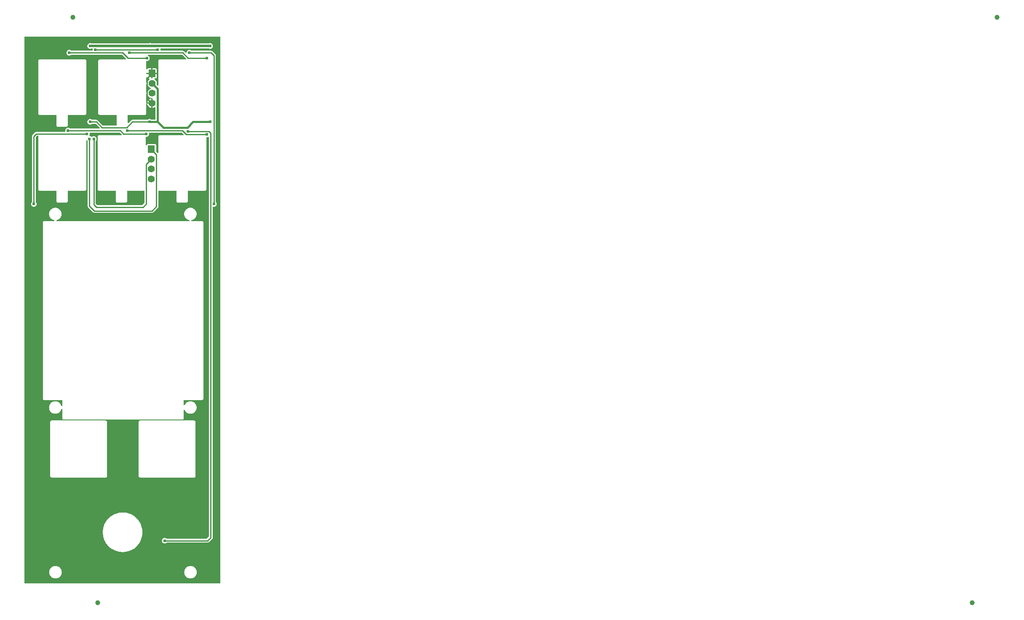
<source format=gbl>
G04 Layer: BottomLayer*
G04 EasyEDA v6.5.29, 2023-07-19 20:11:26*
G04 d82c07e130dc4937808a739b57af0cf3,5a6b42c53f6a479593ecc07194224c93,10*
G04 Gerber Generator version 0.2*
G04 Scale: 100 percent, Rotated: No, Reflected: No *
G04 Dimensions in millimeters *
G04 leading zeros omitted , absolute positions ,4 integer and 5 decimal *
%FSLAX45Y45*%
%MOMM*%

%AMMACRO1*21,1,$1,$2,0,0,$3*%
%ADD10C,0.2540*%
%ADD11C,0.5000*%
%ADD12C,0.4000*%
%ADD13C,1.0000*%
%ADD14C,1.4000*%
%ADD15MACRO1,1.524X1.4X-90.0000*%
%ADD16C,0.6096*%
%ADD17C,0.0116*%

%LPD*%
G36*
X74168Y914908D02*
G01*
X70256Y915669D01*
X67005Y917905D01*
X64769Y921156D01*
X64008Y925068D01*
X64008Y11901932D01*
X64769Y11905843D01*
X67005Y11909094D01*
X70256Y11911330D01*
X74168Y11912092D01*
X3989832Y11912092D01*
X3993743Y11911330D01*
X3996994Y11909094D01*
X3999229Y11905843D01*
X3999992Y11901932D01*
X3999992Y925068D01*
X3999229Y921156D01*
X3996994Y917905D01*
X3993743Y915669D01*
X3989832Y914908D01*
G37*

%LPC*%
G36*
X610158Y3047492D02*
G01*
X1701241Y3047492D01*
X1707540Y3048203D01*
X1713026Y3050133D01*
X1717903Y3053181D01*
X1722018Y3057296D01*
X1725066Y3062173D01*
X1726996Y3067659D01*
X1727707Y3073958D01*
X1727707Y4165041D01*
X1726996Y4171340D01*
X1725066Y4176826D01*
X1722018Y4181703D01*
X1717903Y4185818D01*
X1713026Y4188866D01*
X1707540Y4190796D01*
X1701241Y4191508D01*
X610158Y4191508D01*
X603859Y4190796D01*
X598373Y4188866D01*
X593496Y4185818D01*
X589381Y4181703D01*
X586333Y4176826D01*
X584403Y4171340D01*
X583692Y4165041D01*
X583692Y3073958D01*
X584403Y3067659D01*
X586333Y3062173D01*
X589381Y3057296D01*
X593496Y3053181D01*
X598373Y3050133D01*
X603859Y3048203D01*
G37*
G36*
X2025294Y1548536D02*
G01*
X2053082Y1548536D01*
X2080869Y1550466D01*
X2108403Y1554327D01*
X2135632Y1560118D01*
X2162352Y1567789D01*
X2188514Y1577289D01*
X2213914Y1588617D01*
X2238502Y1601673D01*
X2262073Y1616405D01*
X2284577Y1632762D01*
X2305913Y1650644D01*
X2325928Y1669999D01*
X2344521Y1690674D01*
X2361692Y1712569D01*
X2377236Y1735632D01*
X2391156Y1759762D01*
X2403348Y1784756D01*
X2413762Y1810562D01*
X2422347Y1837029D01*
X2429103Y1864004D01*
X2433929Y1891385D01*
X2436825Y1919071D01*
X2437790Y1946859D01*
X2436825Y1974697D01*
X2433929Y2002383D01*
X2429103Y2029764D01*
X2422347Y2056739D01*
X2413762Y2083206D01*
X2403348Y2109012D01*
X2391156Y2134006D01*
X2377236Y2158085D01*
X2361692Y2181199D01*
X2344521Y2203094D01*
X2325928Y2223770D01*
X2305913Y2243124D01*
X2284577Y2261006D01*
X2262073Y2277364D01*
X2238502Y2292096D01*
X2213914Y2305151D01*
X2188514Y2316480D01*
X2162352Y2325979D01*
X2135632Y2333650D01*
X2108403Y2339441D01*
X2080869Y2343302D01*
X2053082Y2345232D01*
X2025294Y2345232D01*
X1997506Y2343302D01*
X1969973Y2339441D01*
X1942744Y2333650D01*
X1916023Y2325979D01*
X1889861Y2316480D01*
X1864461Y2305151D01*
X1839874Y2292096D01*
X1816303Y2277364D01*
X1793798Y2261006D01*
X1772462Y2243124D01*
X1752447Y2223770D01*
X1733854Y2203094D01*
X1716735Y2181199D01*
X1701139Y2158085D01*
X1687271Y2134006D01*
X1675028Y2109012D01*
X1664614Y2083206D01*
X1656029Y2056739D01*
X1649323Y2029764D01*
X1644446Y2002383D01*
X1641551Y1974697D01*
X1640586Y1946859D01*
X1641551Y1919071D01*
X1644446Y1891385D01*
X1649323Y1864004D01*
X1656029Y1837029D01*
X1664614Y1810562D01*
X1675028Y1784756D01*
X1687271Y1759762D01*
X1701139Y1735632D01*
X1716735Y1712569D01*
X1733854Y1690674D01*
X1752447Y1669999D01*
X1772462Y1650644D01*
X1793798Y1632762D01*
X1816303Y1616405D01*
X1839874Y1601673D01*
X1864461Y1588617D01*
X1889861Y1577289D01*
X1916023Y1567789D01*
X1942744Y1560118D01*
X1969973Y1554327D01*
X1997506Y1550466D01*
G37*
G36*
X2885541Y1721662D02*
G01*
X2895295Y1722526D01*
X2904794Y1725066D01*
X2913684Y1729181D01*
X2921762Y1734820D01*
X2923336Y1736394D01*
X2926638Y1738630D01*
X2930499Y1739392D01*
X3745992Y1739392D01*
X3754018Y1740204D01*
X3761232Y1742389D01*
X3767937Y1745945D01*
X3774135Y1751075D01*
X3836924Y1813864D01*
X3842054Y1820062D01*
X3845610Y1826768D01*
X3847795Y1833981D01*
X3848608Y1842007D01*
X3848608Y8482431D01*
X3849268Y8486038D01*
X3851198Y8489188D01*
X3854145Y8491474D01*
X3857701Y8492540D01*
X3861409Y8492236D01*
X3863695Y8491626D01*
X3873500Y8490762D01*
X3883304Y8491626D01*
X3892753Y8494166D01*
X3901694Y8498281D01*
X3909720Y8503920D01*
X3916679Y8510879D01*
X3922318Y8518906D01*
X3926433Y8527846D01*
X3928973Y8537295D01*
X3929837Y8547100D01*
X3928973Y8556904D01*
X3926433Y8566353D01*
X3922318Y8575294D01*
X3916679Y8583320D01*
X3915105Y8584895D01*
X3912870Y8588197D01*
X3912108Y8592108D01*
X3912108Y11531092D01*
X3911295Y11539118D01*
X3909110Y11546332D01*
X3905554Y11553037D01*
X3900424Y11559235D01*
X3846169Y11613540D01*
X3839921Y11618671D01*
X3833266Y11622227D01*
X3826052Y11624411D01*
X3818026Y11625173D01*
X3423208Y11625173D01*
X3419297Y11625986D01*
X3415995Y11628170D01*
X3414420Y11629745D01*
X3406394Y11635384D01*
X3397453Y11639550D01*
X3388004Y11642090D01*
X3378200Y11642953D01*
X3368395Y11642090D01*
X3358946Y11639550D01*
X3350006Y11635384D01*
X3341979Y11629745D01*
X3335020Y11622836D01*
X3329381Y11614759D01*
X3325266Y11605869D01*
X3322726Y11596370D01*
X3322116Y11589664D01*
X3321100Y11586006D01*
X3318764Y11582958D01*
X3315462Y11581028D01*
X3311702Y11580418D01*
X3307994Y11581231D01*
X3304794Y11583365D01*
X3274669Y11613540D01*
X3268421Y11618671D01*
X3261766Y11622227D01*
X3254552Y11624411D01*
X3246526Y11625173D01*
X2808833Y11625173D01*
X2804718Y11626037D01*
X2801315Y11628475D01*
X2799181Y11632082D01*
X2798724Y11636248D01*
X2799537Y11645900D01*
X2798673Y11655704D01*
X2797962Y11658396D01*
X2797657Y11662105D01*
X2798724Y11665661D01*
X2800959Y11668607D01*
X2804160Y11670538D01*
X2807766Y11671198D01*
X3771392Y11671198D01*
X3775710Y11670233D01*
X3778046Y11669166D01*
X3787495Y11666626D01*
X3797300Y11665762D01*
X3807104Y11666626D01*
X3816553Y11669166D01*
X3825494Y11673281D01*
X3833520Y11678920D01*
X3840479Y11685879D01*
X3846118Y11693906D01*
X3850233Y11702846D01*
X3852773Y11712295D01*
X3853637Y11722100D01*
X3852773Y11731904D01*
X3850233Y11741353D01*
X3846118Y11750294D01*
X3840479Y11758320D01*
X3833520Y11765280D01*
X3825494Y11770918D01*
X3816553Y11775033D01*
X3807104Y11777573D01*
X3797300Y11778437D01*
X3787495Y11777573D01*
X3778046Y11775033D01*
X3775710Y11773966D01*
X3771392Y11773001D01*
X2616708Y11773001D01*
X2612390Y11773966D01*
X2610053Y11775033D01*
X2600604Y11777573D01*
X2590800Y11778437D01*
X2580995Y11777573D01*
X2571546Y11775033D01*
X2569210Y11773966D01*
X2564892Y11773001D01*
X1410208Y11773001D01*
X1405890Y11773966D01*
X1403553Y11775033D01*
X1394104Y11777573D01*
X1384300Y11778437D01*
X1374495Y11777573D01*
X1365046Y11775033D01*
X1356106Y11770918D01*
X1348079Y11765280D01*
X1341120Y11758320D01*
X1335481Y11750294D01*
X1331366Y11741353D01*
X1328826Y11731904D01*
X1327962Y11722100D01*
X1328826Y11712295D01*
X1331366Y11702846D01*
X1335481Y11693906D01*
X1341120Y11685879D01*
X1348079Y11678920D01*
X1356106Y11673281D01*
X1365046Y11669166D01*
X1374495Y11666626D01*
X1384300Y11665762D01*
X1394104Y11666626D01*
X1403553Y11669166D01*
X1405890Y11670233D01*
X1410208Y11671198D01*
X1425549Y11671198D01*
X1429156Y11670538D01*
X1432356Y11668607D01*
X1434592Y11665661D01*
X1435658Y11662105D01*
X1435354Y11658396D01*
X1434642Y11655704D01*
X1433779Y11645900D01*
X1434592Y11636248D01*
X1434134Y11632082D01*
X1432001Y11628475D01*
X1428597Y11626037D01*
X1424482Y11625173D01*
X1010208Y11625173D01*
X1006297Y11625986D01*
X1002995Y11628170D01*
X1001420Y11629745D01*
X993394Y11635384D01*
X984453Y11639550D01*
X975004Y11642090D01*
X965200Y11642953D01*
X955395Y11642090D01*
X945946Y11639550D01*
X937006Y11635384D01*
X928979Y11629745D01*
X922019Y11622836D01*
X916381Y11614759D01*
X912266Y11605869D01*
X909726Y11596370D01*
X908862Y11586565D01*
X909726Y11576812D01*
X912266Y11567312D01*
X916381Y11558422D01*
X922019Y11550345D01*
X928979Y11543436D01*
X937006Y11537797D01*
X945946Y11533632D01*
X955395Y11531092D01*
X965200Y11530228D01*
X975004Y11531092D01*
X984453Y11533632D01*
X993394Y11537797D01*
X1001420Y11543436D01*
X1002995Y11545011D01*
X1006297Y11547195D01*
X1010208Y11547957D01*
X2020316Y11547957D01*
X2024176Y11547195D01*
X2027478Y11545011D01*
X2105609Y11466880D01*
X2107793Y11463629D01*
X2108555Y11459718D01*
X2107793Y11455806D01*
X2105609Y11452555D01*
X2102307Y11450320D01*
X2098395Y11449558D01*
X1575358Y11449558D01*
X1569059Y11448846D01*
X1563573Y11446916D01*
X1558696Y11443868D01*
X1554581Y11439753D01*
X1551533Y11434876D01*
X1549603Y11429390D01*
X1548892Y11423091D01*
X1548892Y10363758D01*
X1549603Y10357459D01*
X1551533Y10351973D01*
X1554581Y10347096D01*
X1558696Y10342981D01*
X1563573Y10339933D01*
X1569059Y10338003D01*
X1575358Y10337292D01*
X1907032Y10337292D01*
X1910943Y10336530D01*
X1914194Y10334294D01*
X1916430Y10331043D01*
X1917192Y10327132D01*
X1917192Y10132568D01*
X1916430Y10128656D01*
X1914194Y10125405D01*
X1910943Y10123170D01*
X1907032Y10122408D01*
X1645818Y10122408D01*
X1641906Y10123170D01*
X1638604Y10125405D01*
X1538935Y10225024D01*
X1532737Y10230154D01*
X1526032Y10233710D01*
X1518818Y10235895D01*
X1510792Y10236708D01*
X1429308Y10236708D01*
X1425397Y10237470D01*
X1422095Y10239705D01*
X1420520Y10241280D01*
X1412494Y10246918D01*
X1403553Y10251033D01*
X1394104Y10253573D01*
X1384300Y10254437D01*
X1374495Y10253573D01*
X1365046Y10251033D01*
X1356106Y10246918D01*
X1348079Y10241280D01*
X1341120Y10234320D01*
X1335481Y10226294D01*
X1331366Y10217353D01*
X1328826Y10207904D01*
X1327962Y10198100D01*
X1328826Y10188295D01*
X1331366Y10178846D01*
X1335481Y10169906D01*
X1341120Y10161879D01*
X1348079Y10154920D01*
X1356106Y10149281D01*
X1365046Y10145166D01*
X1374495Y10142626D01*
X1384300Y10141762D01*
X1394104Y10142626D01*
X1403553Y10145166D01*
X1412494Y10149281D01*
X1420520Y10154920D01*
X1422095Y10156494D01*
X1425397Y10158730D01*
X1429308Y10159492D01*
X1491081Y10159492D01*
X1494993Y10158730D01*
X1498295Y10156494D01*
X1578559Y10076230D01*
X1580743Y10072979D01*
X1581505Y10069068D01*
X1580743Y10065156D01*
X1578559Y10061905D01*
X1575257Y10059670D01*
X1571345Y10058908D01*
X984808Y10058908D01*
X980897Y10059670D01*
X977595Y10061905D01*
X976020Y10063480D01*
X967994Y10069118D01*
X959053Y10073233D01*
X949604Y10075773D01*
X939800Y10076637D01*
X929995Y10075773D01*
X920546Y10073233D01*
X911606Y10069118D01*
X903579Y10063480D01*
X896619Y10056520D01*
X890981Y10048494D01*
X886866Y10039553D01*
X884326Y10030104D01*
X883462Y10020300D01*
X884326Y10010495D01*
X884936Y10008209D01*
X885240Y10004501D01*
X884174Y10000945D01*
X881887Y9997998D01*
X878738Y9996068D01*
X875131Y9995408D01*
X305308Y9995408D01*
X297281Y9994595D01*
X290068Y9992410D01*
X283362Y9988854D01*
X277164Y9983724D01*
X227075Y9933635D01*
X221945Y9927437D01*
X218389Y9920732D01*
X216204Y9913518D01*
X215392Y9905492D01*
X215392Y8592108D01*
X214629Y8588197D01*
X212394Y8584895D01*
X210820Y8583320D01*
X205181Y8575294D01*
X201066Y8566353D01*
X198526Y8556904D01*
X197662Y8547100D01*
X198526Y8537295D01*
X201066Y8527846D01*
X205181Y8518906D01*
X210820Y8510879D01*
X217779Y8503920D01*
X225806Y8498281D01*
X234746Y8494166D01*
X244195Y8491626D01*
X254000Y8490762D01*
X263804Y8491626D01*
X273253Y8494166D01*
X282194Y8498281D01*
X290220Y8503920D01*
X297180Y8510879D01*
X302818Y8518906D01*
X306933Y8527846D01*
X309473Y8537295D01*
X310337Y8547100D01*
X309473Y8556904D01*
X306933Y8566353D01*
X302818Y8575294D01*
X297180Y8583320D01*
X295605Y8584895D01*
X293370Y8588197D01*
X292608Y8592108D01*
X292608Y9885781D01*
X293370Y9889693D01*
X295605Y9892995D01*
X317804Y9915194D01*
X321106Y9917430D01*
X325018Y9918192D01*
X333248Y9918192D01*
X337413Y9917277D01*
X340868Y9914788D01*
X342950Y9911029D01*
X343357Y9906812D01*
X342392Y9899040D01*
X342392Y8839758D01*
X343103Y8833459D01*
X345033Y8827973D01*
X348081Y8823096D01*
X352196Y8818981D01*
X357073Y8815933D01*
X362559Y8814003D01*
X368858Y8813292D01*
X700532Y8813292D01*
X704443Y8812530D01*
X707694Y8810294D01*
X709930Y8807043D01*
X710692Y8803132D01*
X710692Y8598458D01*
X711403Y8592159D01*
X713333Y8586673D01*
X716381Y8581796D01*
X720496Y8577681D01*
X725373Y8574633D01*
X730859Y8572703D01*
X737158Y8571992D01*
X907491Y8571992D01*
X913790Y8572703D01*
X919276Y8574633D01*
X924153Y8577681D01*
X928268Y8581796D01*
X931316Y8586673D01*
X933246Y8592159D01*
X933958Y8598458D01*
X933958Y8803132D01*
X934719Y8807043D01*
X936955Y8810294D01*
X940206Y8812530D01*
X944118Y8813292D01*
X1282141Y8813292D01*
X1288440Y8814003D01*
X1293926Y8815933D01*
X1298803Y8818981D01*
X1302918Y8823096D01*
X1305966Y8827973D01*
X1307896Y8833459D01*
X1308608Y8839758D01*
X1308608Y9815068D01*
X1309522Y9819233D01*
X1312011Y9822637D01*
X1315720Y9824770D01*
X1319936Y9825177D01*
X1324000Y9823805D01*
X1327099Y9820910D01*
X1329994Y9817404D01*
X1332230Y9814102D01*
X1332992Y9810191D01*
X1332992Y8509508D01*
X1333804Y8501481D01*
X1335989Y8494268D01*
X1339545Y8487562D01*
X1344676Y8481364D01*
X1445564Y8380475D01*
X1451762Y8375345D01*
X1458468Y8371789D01*
X1465681Y8369604D01*
X1473708Y8368792D01*
X2628392Y8368792D01*
X2636418Y8369604D01*
X2643632Y8371789D01*
X2650337Y8375345D01*
X2656535Y8380475D01*
X2744724Y8468664D01*
X2749854Y8474862D01*
X2753410Y8481568D01*
X2755595Y8488781D01*
X2756408Y8496808D01*
X2756408Y8806383D01*
X2757119Y8810142D01*
X2759202Y8813393D01*
X2762351Y8815628D01*
X2766110Y8816543D01*
X2769920Y8815984D01*
X2775559Y8814003D01*
X2781858Y8813292D01*
X3113532Y8813292D01*
X3117443Y8812530D01*
X3120694Y8810294D01*
X3122930Y8807043D01*
X3123692Y8803132D01*
X3123692Y8598458D01*
X3124403Y8592159D01*
X3126333Y8586673D01*
X3129381Y8581796D01*
X3133496Y8577681D01*
X3138373Y8574633D01*
X3143859Y8572703D01*
X3150158Y8571992D01*
X3320491Y8571992D01*
X3326790Y8572703D01*
X3332276Y8574633D01*
X3337153Y8577681D01*
X3341268Y8581796D01*
X3344316Y8586673D01*
X3346246Y8592159D01*
X3346958Y8598458D01*
X3346958Y8803132D01*
X3347720Y8807043D01*
X3349955Y8810294D01*
X3353206Y8812530D01*
X3357118Y8813292D01*
X3695141Y8813292D01*
X3701440Y8814003D01*
X3706926Y8815933D01*
X3711803Y8818981D01*
X3715918Y8823096D01*
X3718966Y8827973D01*
X3720896Y8833459D01*
X3721608Y8839758D01*
X3721608Y9877704D01*
X3722471Y9881819D01*
X3724910Y9885222D01*
X3728516Y9887356D01*
X3743604Y9888626D01*
X3753053Y9891166D01*
X3756914Y9892944D01*
X3760876Y9893909D01*
X3764889Y9893249D01*
X3768293Y9891064D01*
X3770579Y9887712D01*
X3771392Y9883749D01*
X3771392Y1861718D01*
X3770629Y1857806D01*
X3768394Y1854504D01*
X3733495Y1819605D01*
X3730193Y1817370D01*
X3726281Y1816607D01*
X2930499Y1816607D01*
X2926638Y1817370D01*
X2923336Y1819605D01*
X2921762Y1821180D01*
X2913684Y1826818D01*
X2904794Y1830933D01*
X2895295Y1833473D01*
X2885541Y1834337D01*
X2875737Y1833473D01*
X2866237Y1830933D01*
X2857347Y1826818D01*
X2849270Y1821180D01*
X2842361Y1814220D01*
X2836722Y1806193D01*
X2832557Y1797253D01*
X2830017Y1787804D01*
X2829153Y1778000D01*
X2830017Y1768195D01*
X2832557Y1758746D01*
X2836722Y1749806D01*
X2842361Y1741779D01*
X2849270Y1734820D01*
X2857347Y1729181D01*
X2866237Y1725066D01*
X2875737Y1722526D01*
G37*
G36*
X737158Y10095992D02*
G01*
X907491Y10095992D01*
X913790Y10096703D01*
X919276Y10098633D01*
X924153Y10101681D01*
X928268Y10105796D01*
X931316Y10110673D01*
X933246Y10116159D01*
X933958Y10122458D01*
X933958Y10327132D01*
X934719Y10331043D01*
X936955Y10334294D01*
X940206Y10336530D01*
X944118Y10337292D01*
X1282141Y10337292D01*
X1288440Y10338003D01*
X1293926Y10339933D01*
X1298803Y10342981D01*
X1302918Y10347096D01*
X1305966Y10351973D01*
X1307896Y10357459D01*
X1308608Y10363758D01*
X1308608Y11423091D01*
X1307896Y11429390D01*
X1305966Y11434876D01*
X1302918Y11439753D01*
X1298803Y11443868D01*
X1293926Y11446916D01*
X1288440Y11448846D01*
X1282141Y11449558D01*
X368858Y11449558D01*
X362559Y11448846D01*
X357073Y11446916D01*
X352196Y11443868D01*
X348081Y11439753D01*
X345033Y11434876D01*
X343103Y11429390D01*
X342392Y11423091D01*
X342392Y10363758D01*
X343103Y10357459D01*
X345033Y10351973D01*
X348081Y10347096D01*
X352196Y10342981D01*
X357073Y10339933D01*
X362559Y10338003D01*
X368858Y10337292D01*
X700532Y10337292D01*
X704443Y10336530D01*
X707694Y10334294D01*
X709930Y10331043D01*
X710692Y10327132D01*
X710692Y10122458D01*
X711403Y10116159D01*
X713333Y10110673D01*
X716381Y10105796D01*
X720496Y10101681D01*
X725373Y10098633D01*
X730859Y10096703D01*
G37*
G36*
X3403600Y1017117D02*
G01*
X3418789Y1018032D01*
X3433724Y1020775D01*
X3448253Y1025296D01*
X3462121Y1031544D01*
X3475126Y1039368D01*
X3487064Y1048766D01*
X3497834Y1059535D01*
X3507181Y1071473D01*
X3515055Y1084478D01*
X3521303Y1098346D01*
X3525824Y1112875D01*
X3528568Y1127810D01*
X3529482Y1143000D01*
X3528568Y1158189D01*
X3525824Y1173124D01*
X3521303Y1187653D01*
X3515055Y1201521D01*
X3507181Y1214526D01*
X3497834Y1226464D01*
X3487064Y1237234D01*
X3475126Y1246581D01*
X3462121Y1254455D01*
X3448253Y1260703D01*
X3433724Y1265224D01*
X3418789Y1267968D01*
X3403600Y1268882D01*
X3388410Y1267968D01*
X3373475Y1265224D01*
X3358946Y1260703D01*
X3345078Y1254455D01*
X3332073Y1246581D01*
X3320135Y1237234D01*
X3309365Y1226464D01*
X3300018Y1214526D01*
X3292144Y1201521D01*
X3285896Y1187653D01*
X3281375Y1173124D01*
X3278632Y1158189D01*
X3277717Y1143000D01*
X3278632Y1127810D01*
X3281375Y1112875D01*
X3285896Y1098346D01*
X3292144Y1084478D01*
X3300018Y1071473D01*
X3309365Y1059535D01*
X3320135Y1048766D01*
X3332073Y1039368D01*
X3345078Y1031544D01*
X3358946Y1025296D01*
X3373475Y1020775D01*
X3388410Y1018032D01*
G37*
G36*
X2388158Y3047492D02*
G01*
X3479241Y3047492D01*
X3485540Y3048203D01*
X3491026Y3050133D01*
X3495903Y3053181D01*
X3500018Y3057296D01*
X3503066Y3062173D01*
X3504996Y3067659D01*
X3505708Y3073958D01*
X3505708Y4165041D01*
X3504996Y4171340D01*
X3503066Y4176826D01*
X3500018Y4181703D01*
X3495903Y4185818D01*
X3491026Y4188866D01*
X3485540Y4190796D01*
X3479241Y4191508D01*
X2388158Y4191508D01*
X2381859Y4190796D01*
X2376373Y4188866D01*
X2371496Y4185818D01*
X2367381Y4181703D01*
X2364333Y4176826D01*
X2362403Y4171340D01*
X2361692Y4165041D01*
X2361692Y3073958D01*
X2362403Y3067659D01*
X2364333Y3062173D01*
X2367381Y3057296D01*
X2371496Y3053181D01*
X2376373Y3050133D01*
X2381859Y3048203D01*
G37*
G36*
X853592Y4212082D02*
G01*
X3240024Y4212082D01*
X3246374Y4212844D01*
X3251809Y4214723D01*
X3256737Y4217822D01*
X3260801Y4221886D01*
X3263900Y4226814D01*
X3265779Y4232249D01*
X3266541Y4238599D01*
X3266541Y4398772D01*
X3267252Y4402632D01*
X3269437Y4405884D01*
X3272688Y4408119D01*
X3276498Y4408932D01*
X3280359Y4408271D01*
X3283661Y4406138D01*
X3285947Y4402937D01*
X3289350Y4395419D01*
X3297224Y4382414D01*
X3306572Y4370425D01*
X3317341Y4359706D01*
X3329279Y4350308D01*
X3342284Y4342434D01*
X3356152Y4336186D01*
X3370681Y4331665D01*
X3385616Y4328922D01*
X3400806Y4328007D01*
X3415995Y4328922D01*
X3430930Y4331665D01*
X3445459Y4336186D01*
X3459327Y4342434D01*
X3472332Y4350308D01*
X3484270Y4359706D01*
X3495040Y4370425D01*
X3504387Y4382414D01*
X3512261Y4395419D01*
X3518509Y4409287D01*
X3523030Y4423765D01*
X3525774Y4438751D01*
X3526688Y4453890D01*
X3525774Y4469079D01*
X3523030Y4484065D01*
X3518509Y4498543D01*
X3512261Y4512411D01*
X3504387Y4525416D01*
X3495040Y4537405D01*
X3484270Y4548124D01*
X3472332Y4557522D01*
X3459327Y4565396D01*
X3445459Y4571644D01*
X3430930Y4576165D01*
X3415995Y4578908D01*
X3400806Y4579823D01*
X3385616Y4578908D01*
X3370681Y4576165D01*
X3356152Y4571644D01*
X3342284Y4565396D01*
X3329279Y4557522D01*
X3317341Y4548124D01*
X3306572Y4537405D01*
X3297224Y4525416D01*
X3289350Y4512411D01*
X3285947Y4504893D01*
X3283661Y4501692D01*
X3280359Y4499559D01*
X3276498Y4498898D01*
X3272688Y4499711D01*
X3269437Y4501946D01*
X3267252Y4505198D01*
X3266541Y4509058D01*
X3266541Y4595622D01*
X3267303Y4599533D01*
X3269488Y4602835D01*
X3272790Y4605020D01*
X3276701Y4605782D01*
X3633724Y4605782D01*
X3640074Y4606544D01*
X3645509Y4608423D01*
X3650437Y4611522D01*
X3654501Y4615586D01*
X3657600Y4620514D01*
X3659479Y4625949D01*
X3660241Y4632299D01*
X3660241Y8174431D01*
X3659479Y8180781D01*
X3657600Y8186216D01*
X3654501Y8191144D01*
X3650437Y8195208D01*
X3645509Y8198307D01*
X3640074Y8200186D01*
X3633724Y8200898D01*
X3429558Y8200898D01*
X3425342Y8201812D01*
X3421938Y8204352D01*
X3419856Y8208060D01*
X3419449Y8212328D01*
X3420821Y8216341D01*
X3423767Y8219440D01*
X3427679Y8221065D01*
X3430930Y8221675D01*
X3445459Y8226196D01*
X3459327Y8232444D01*
X3472332Y8240318D01*
X3484270Y8249666D01*
X3495040Y8260435D01*
X3504387Y8272373D01*
X3512261Y8285378D01*
X3518509Y8299246D01*
X3523030Y8313775D01*
X3525774Y8328710D01*
X3526688Y8343900D01*
X3525774Y8359089D01*
X3523030Y8374024D01*
X3518509Y8388553D01*
X3512261Y8402421D01*
X3504387Y8415426D01*
X3495040Y8427364D01*
X3484270Y8438134D01*
X3472332Y8447481D01*
X3459327Y8455355D01*
X3445459Y8461603D01*
X3430930Y8466124D01*
X3415995Y8468868D01*
X3400806Y8469782D01*
X3385616Y8468868D01*
X3370681Y8466124D01*
X3356152Y8461603D01*
X3342284Y8455355D01*
X3329279Y8447481D01*
X3317341Y8438134D01*
X3306572Y8427364D01*
X3297224Y8415426D01*
X3289350Y8402421D01*
X3283102Y8388553D01*
X3278581Y8374024D01*
X3275838Y8359089D01*
X3274923Y8343900D01*
X3275838Y8328710D01*
X3278581Y8313775D01*
X3283102Y8299246D01*
X3289350Y8285378D01*
X3297224Y8272373D01*
X3306572Y8260435D01*
X3317341Y8249666D01*
X3329279Y8240318D01*
X3342284Y8232444D01*
X3356152Y8226196D01*
X3370681Y8221675D01*
X3373932Y8221065D01*
X3377844Y8219440D01*
X3380790Y8216341D01*
X3382162Y8212328D01*
X3381756Y8208060D01*
X3379673Y8204352D01*
X3376269Y8201812D01*
X3372053Y8200898D01*
X714552Y8200898D01*
X710336Y8201812D01*
X706932Y8204352D01*
X704850Y8208060D01*
X704443Y8212328D01*
X705815Y8216341D01*
X708761Y8219440D01*
X712673Y8221065D01*
X715924Y8221675D01*
X730453Y8226196D01*
X744321Y8232444D01*
X757326Y8240318D01*
X769264Y8249666D01*
X780034Y8260435D01*
X789381Y8272373D01*
X797255Y8285378D01*
X803503Y8299246D01*
X808024Y8313775D01*
X810768Y8328710D01*
X811682Y8343900D01*
X810768Y8359089D01*
X808024Y8374024D01*
X803503Y8388553D01*
X797255Y8402421D01*
X789381Y8415426D01*
X780034Y8427364D01*
X769264Y8438134D01*
X757326Y8447481D01*
X744321Y8455355D01*
X730453Y8461603D01*
X715924Y8466124D01*
X700989Y8468868D01*
X685800Y8469782D01*
X670610Y8468868D01*
X655675Y8466124D01*
X641146Y8461603D01*
X627278Y8455355D01*
X614273Y8447481D01*
X602335Y8438134D01*
X591566Y8427364D01*
X582218Y8415426D01*
X574344Y8402421D01*
X568096Y8388553D01*
X563575Y8374024D01*
X560832Y8359089D01*
X559917Y8343900D01*
X560832Y8328710D01*
X563575Y8313775D01*
X568096Y8299246D01*
X574344Y8285378D01*
X582218Y8272373D01*
X591566Y8260435D01*
X602335Y8249666D01*
X614273Y8240318D01*
X627278Y8232444D01*
X641146Y8226196D01*
X655675Y8221675D01*
X658926Y8221065D01*
X662838Y8219440D01*
X665784Y8216341D01*
X667156Y8212328D01*
X666750Y8208060D01*
X664667Y8204352D01*
X661263Y8201812D01*
X657047Y8200898D01*
X459892Y8200898D01*
X453542Y8200186D01*
X448106Y8198307D01*
X443179Y8195208D01*
X439115Y8191144D01*
X436016Y8186216D01*
X434136Y8180781D01*
X433425Y8174431D01*
X433425Y4632299D01*
X434136Y4625949D01*
X436016Y4620514D01*
X439115Y4615586D01*
X443179Y4611522D01*
X448106Y4608423D01*
X453542Y4606544D01*
X459892Y4605782D01*
X816914Y4605782D01*
X820826Y4605020D01*
X824128Y4602835D01*
X826312Y4599533D01*
X827125Y4595622D01*
X827125Y4489602D01*
X826262Y4485589D01*
X823925Y4482236D01*
X820470Y4480052D01*
X816406Y4479442D01*
X812444Y4480509D01*
X809244Y4482998D01*
X807262Y4486605D01*
X803503Y4498543D01*
X797255Y4512411D01*
X789381Y4525416D01*
X780034Y4537405D01*
X769264Y4548124D01*
X757326Y4557522D01*
X744321Y4565396D01*
X730453Y4571644D01*
X715924Y4576165D01*
X700989Y4578908D01*
X685800Y4579823D01*
X670610Y4578908D01*
X655675Y4576165D01*
X641146Y4571644D01*
X627278Y4565396D01*
X614273Y4557522D01*
X602335Y4548124D01*
X591566Y4537405D01*
X582218Y4525416D01*
X574344Y4512411D01*
X568096Y4498543D01*
X563575Y4484065D01*
X560832Y4469079D01*
X559917Y4453890D01*
X560832Y4438751D01*
X563575Y4423765D01*
X568096Y4409287D01*
X574344Y4395419D01*
X582218Y4382414D01*
X591566Y4370425D01*
X602335Y4359706D01*
X614273Y4350308D01*
X627278Y4342434D01*
X641146Y4336186D01*
X655675Y4331665D01*
X670610Y4328922D01*
X685800Y4328007D01*
X700989Y4328922D01*
X715924Y4331665D01*
X730453Y4336186D01*
X744321Y4342434D01*
X757326Y4350308D01*
X769264Y4359706D01*
X780034Y4370425D01*
X789381Y4382414D01*
X797255Y4395419D01*
X803503Y4409287D01*
X807262Y4421225D01*
X809244Y4424832D01*
X812444Y4427321D01*
X816406Y4428388D01*
X820470Y4427778D01*
X823925Y4425594D01*
X826262Y4422241D01*
X827125Y4418228D01*
X827125Y4238599D01*
X827836Y4232249D01*
X829716Y4226814D01*
X832815Y4221886D01*
X836879Y4217822D01*
X841806Y4214723D01*
X847242Y4212844D01*
G37*
G36*
X688594Y1017117D02*
G01*
X703783Y1018032D01*
X718718Y1020775D01*
X733247Y1025296D01*
X747115Y1031544D01*
X760120Y1039368D01*
X772058Y1048766D01*
X782828Y1059535D01*
X792175Y1071473D01*
X800049Y1084478D01*
X806297Y1098346D01*
X810818Y1112875D01*
X813562Y1127810D01*
X814476Y1143000D01*
X813562Y1158189D01*
X810818Y1173124D01*
X806297Y1187653D01*
X800049Y1201521D01*
X792175Y1214526D01*
X782828Y1226464D01*
X772058Y1237234D01*
X760120Y1246581D01*
X747115Y1254455D01*
X733247Y1260703D01*
X718718Y1265224D01*
X703783Y1267968D01*
X688594Y1268882D01*
X673404Y1267968D01*
X658469Y1265224D01*
X643940Y1260703D01*
X630072Y1254455D01*
X617067Y1246581D01*
X605129Y1237234D01*
X594360Y1226464D01*
X585012Y1214526D01*
X577138Y1201521D01*
X570890Y1187653D01*
X566369Y1173124D01*
X563626Y1158189D01*
X562711Y1143000D01*
X563626Y1127810D01*
X566369Y1112875D01*
X570890Y1098346D01*
X577138Y1084478D01*
X585012Y1071473D01*
X594360Y1059535D01*
X605129Y1048766D01*
X617067Y1039368D01*
X630072Y1031544D01*
X643940Y1025296D01*
X658469Y1020775D01*
X673404Y1018032D01*
G37*

%LPD*%
G36*
X2525979Y10983417D02*
G01*
X2521864Y10983976D01*
X2518308Y10986109D01*
X2515971Y10989513D01*
X2515108Y10993577D01*
X2515108Y11082578D01*
X2515920Y11086541D01*
X2518206Y11089894D01*
X2521610Y11092078D01*
X2525572Y11092738D01*
X2529535Y11091824D01*
X2532786Y11089436D01*
X2534869Y11085931D01*
X2535631Y11083798D01*
X2538679Y11078870D01*
X2542794Y11074806D01*
X2547670Y11071707D01*
X2553157Y11069828D01*
X2559456Y11069066D01*
X2569667Y11069066D01*
X2573832Y11068202D01*
X2577287Y11065713D01*
X2579370Y11062004D01*
X2579776Y11057788D01*
X2578404Y11053775D01*
X2575560Y11050625D01*
X2568397Y11045596D01*
X2558846Y11036655D01*
X2550566Y11026495D01*
X2543759Y11015319D01*
X2538577Y11003330D01*
X2535072Y10990834D01*
X2533142Y10987125D01*
X2529941Y10984534D01*
G37*

%LPD*%
G36*
X2745232Y10924082D02*
G01*
X2741320Y10924844D01*
X2738069Y10927029D01*
X2724912Y10940186D01*
X2722880Y10943082D01*
X2721965Y10946536D01*
X2724556Y10964672D01*
X2724556Y10977727D01*
X2722778Y10990732D01*
X2719273Y11003330D01*
X2714040Y11015319D01*
X2707233Y11026495D01*
X2698953Y11036655D01*
X2689402Y11045596D01*
X2682240Y11050625D01*
X2679395Y11053775D01*
X2678023Y11057788D01*
X2678430Y11062004D01*
X2680512Y11065713D01*
X2683967Y11068202D01*
X2688132Y11069066D01*
X2698343Y11069066D01*
X2704642Y11069828D01*
X2710129Y11071707D01*
X2715006Y11074806D01*
X2719120Y11078870D01*
X2722168Y11083798D01*
X2724099Y11089233D01*
X2724810Y11095583D01*
X2724810Y11158474D01*
X2641600Y11158474D01*
X2641600Y11077092D01*
X2640838Y11073180D01*
X2638602Y11069929D01*
X2635351Y11067694D01*
X2631440Y11066932D01*
X2626360Y11066932D01*
X2622448Y11067694D01*
X2619197Y11069929D01*
X2616962Y11073180D01*
X2616200Y11077092D01*
X2616200Y11158474D01*
X2525268Y11158474D01*
X2521356Y11159286D01*
X2518105Y11161471D01*
X2515870Y11164773D01*
X2515108Y11168634D01*
X2515108Y11173714D01*
X2515870Y11177625D01*
X2518105Y11180927D01*
X2521356Y11183112D01*
X2525268Y11183874D01*
X2616200Y11183874D01*
X2616200Y11273282D01*
X2559456Y11273282D01*
X2553157Y11272570D01*
X2547670Y11270691D01*
X2542794Y11267592D01*
X2538679Y11263528D01*
X2535631Y11258600D01*
X2534869Y11256467D01*
X2532786Y11252962D01*
X2529535Y11250574D01*
X2525572Y11249660D01*
X2521610Y11250320D01*
X2518206Y11252504D01*
X2515920Y11255857D01*
X2515108Y11259820D01*
X2515108Y11410188D01*
X2515971Y11414302D01*
X2518410Y11417706D01*
X2522016Y11419840D01*
X2537104Y11421110D01*
X2546553Y11423650D01*
X2555494Y11427764D01*
X2563520Y11433403D01*
X2570480Y11440363D01*
X2576118Y11448389D01*
X2580233Y11457330D01*
X2582773Y11466779D01*
X2583637Y11476583D01*
X2582773Y11486388D01*
X2580233Y11495836D01*
X2576118Y11504777D01*
X2570480Y11512804D01*
X2563520Y11519763D01*
X2555494Y11525402D01*
X2548534Y11528602D01*
X2545384Y11530888D01*
X2543352Y11534241D01*
X2542692Y11538051D01*
X2543505Y11541861D01*
X2545740Y11545112D01*
X2548991Y11547246D01*
X2552852Y11547957D01*
X3226816Y11547957D01*
X3230676Y11547195D01*
X3233978Y11545011D01*
X3312109Y11466880D01*
X3314293Y11463629D01*
X3315055Y11459718D01*
X3314293Y11455806D01*
X3312109Y11452555D01*
X3308807Y11450320D01*
X3304895Y11449558D01*
X2781858Y11449558D01*
X2775559Y11448846D01*
X2770073Y11446916D01*
X2765196Y11443868D01*
X2761081Y11439753D01*
X2758033Y11434876D01*
X2756103Y11429390D01*
X2755392Y11423091D01*
X2755392Y10934242D01*
X2754630Y10930331D01*
X2752394Y10927029D01*
X2749143Y10924844D01*
G37*

%LPC*%
G36*
X2641600Y11183874D02*
G01*
X2724810Y11183874D01*
X2724810Y11246815D01*
X2724099Y11253165D01*
X2722168Y11258600D01*
X2719120Y11263528D01*
X2715006Y11267592D01*
X2710129Y11270691D01*
X2704642Y11272570D01*
X2698343Y11273282D01*
X2641600Y11273282D01*
G37*

%LPD*%
G36*
X2525979Y10783417D02*
G01*
X2521864Y10783976D01*
X2518308Y10786110D01*
X2515971Y10789513D01*
X2515108Y10793577D01*
X2515108Y10948822D01*
X2515971Y10952886D01*
X2518308Y10956290D01*
X2521864Y10958423D01*
X2525979Y10958982D01*
X2529941Y10957864D01*
X2533142Y10955274D01*
X2535072Y10951565D01*
X2538577Y10939068D01*
X2543759Y10927080D01*
X2550566Y10915904D01*
X2558846Y10905744D01*
X2568397Y10896803D01*
X2579065Y10889284D01*
X2590698Y10883239D01*
X2597658Y10880750D01*
X2601214Y10878616D01*
X2603601Y10875264D01*
X2604414Y10871200D01*
X2603601Y10867136D01*
X2601214Y10863783D01*
X2597658Y10861649D01*
X2590698Y10859160D01*
X2579065Y10853115D01*
X2568397Y10845596D01*
X2558846Y10836656D01*
X2550566Y10826496D01*
X2543759Y10815320D01*
X2538577Y10803331D01*
X2535072Y10790834D01*
X2533142Y10787126D01*
X2529941Y10784535D01*
G37*

%LPD*%
G36*
X2150618Y10172344D02*
G01*
X2146706Y10173106D01*
X2143455Y10175290D01*
X2141220Y10178592D01*
X2140458Y10182504D01*
X2140458Y10327132D01*
X2141220Y10331043D01*
X2143455Y10334294D01*
X2146706Y10336530D01*
X2150618Y10337292D01*
X2488641Y10337292D01*
X2494940Y10338003D01*
X2500426Y10339933D01*
X2505303Y10342981D01*
X2509418Y10347096D01*
X2512466Y10351973D01*
X2514396Y10357459D01*
X2515108Y10363758D01*
X2515108Y10548823D01*
X2515971Y10552887D01*
X2518308Y10556290D01*
X2521864Y10558424D01*
X2524099Y10558729D01*
X2521356Y10559288D01*
X2518105Y10561472D01*
X2515870Y10564774D01*
X2515108Y10568635D01*
X2515108Y10573715D01*
X2515870Y10577626D01*
X2518105Y10580928D01*
X2521356Y10583113D01*
X2524099Y10583672D01*
X2521864Y10583976D01*
X2518308Y10586110D01*
X2515971Y10589514D01*
X2515108Y10593578D01*
X2515108Y10748822D01*
X2515971Y10752886D01*
X2518308Y10756290D01*
X2521864Y10758424D01*
X2525979Y10758982D01*
X2529941Y10757865D01*
X2533142Y10755274D01*
X2535072Y10751566D01*
X2538577Y10739069D01*
X2543759Y10727080D01*
X2550566Y10715904D01*
X2558846Y10705744D01*
X2568397Y10696803D01*
X2579065Y10689285D01*
X2590698Y10683240D01*
X2597658Y10680750D01*
X2601214Y10678617D01*
X2603601Y10675264D01*
X2604414Y10671200D01*
X2603601Y10667136D01*
X2601214Y10663783D01*
X2597658Y10661650D01*
X2590698Y10659160D01*
X2579065Y10653115D01*
X2568397Y10645597D01*
X2558846Y10636656D01*
X2550566Y10626496D01*
X2543759Y10615320D01*
X2538577Y10603331D01*
X2535072Y10590834D01*
X2533142Y10587126D01*
X2529941Y10584535D01*
X2527655Y10583875D01*
X2616200Y10583875D01*
X2616200Y10665307D01*
X2616962Y10669219D01*
X2619197Y10672470D01*
X2622448Y10674705D01*
X2626360Y10675467D01*
X2631440Y10675467D01*
X2635351Y10674705D01*
X2638602Y10672470D01*
X2640838Y10669219D01*
X2641600Y10665307D01*
X2641600Y10583875D01*
X2687116Y10583875D01*
X2691028Y10583113D01*
X2694330Y10580928D01*
X2696514Y10577626D01*
X2697276Y10573715D01*
X2697276Y10568635D01*
X2696514Y10564774D01*
X2694330Y10561472D01*
X2691028Y10559288D01*
X2687116Y10558475D01*
X2641600Y10558475D01*
X2641600Y10476179D01*
X2654757Y10478871D01*
X2667101Y10483240D01*
X2678734Y10489285D01*
X2681274Y10491063D01*
X2685338Y10492790D01*
X2689758Y10492587D01*
X2693670Y10490555D01*
X2696311Y10487101D01*
X2697276Y10482783D01*
X2697276Y10254183D01*
X2696514Y10250271D01*
X2694330Y10246969D01*
X2691028Y10244785D01*
X2687116Y10244023D01*
X2613609Y10244023D01*
X2610561Y10244480D01*
X2606294Y10246918D01*
X2597353Y10251033D01*
X2587904Y10253573D01*
X2578100Y10254437D01*
X2568295Y10253573D01*
X2558846Y10251033D01*
X2549906Y10246918D01*
X2541879Y10241280D01*
X2540304Y10239705D01*
X2537002Y10237470D01*
X2533091Y10236708D01*
X2235708Y10236708D01*
X2227681Y10235895D01*
X2220468Y10233710D01*
X2213762Y10230154D01*
X2207564Y10225024D01*
X2157780Y10175290D01*
X2154529Y10173106D01*
G37*

%LPC*%
G36*
X2616200Y10476179D02*
G01*
X2616200Y10558475D01*
X2527655Y10558475D01*
X2529941Y10557865D01*
X2533142Y10555274D01*
X2535072Y10551566D01*
X2538577Y10539069D01*
X2543759Y10527080D01*
X2550566Y10515904D01*
X2558846Y10505744D01*
X2568397Y10496804D01*
X2579065Y10489285D01*
X2590698Y10483240D01*
X2603042Y10478871D01*
G37*

%LPD*%
G36*
X1525270Y9853574D02*
G01*
X1521307Y9854742D01*
X1518107Y9857384D01*
X1516227Y9861092D01*
X1513433Y9871405D01*
X1509318Y9880346D01*
X1503680Y9888372D01*
X1496720Y9895332D01*
X1488694Y9900970D01*
X1479753Y9905085D01*
X1470304Y9907625D01*
X1460500Y9908489D01*
X1450695Y9907625D01*
X1441246Y9905085D01*
X1432356Y9900970D01*
X1423416Y9894671D01*
X1420215Y9893198D01*
X1416710Y9892842D01*
X1413306Y9893757D01*
X1410411Y9895789D01*
X1407820Y9898380D01*
X1399794Y9904018D01*
X1390853Y9908133D01*
X1381404Y9910673D01*
X1378356Y9910978D01*
X1374648Y9912045D01*
X1371600Y9914432D01*
X1369669Y9917785D01*
X1369110Y9921595D01*
X1370025Y9925354D01*
X1373733Y9933330D01*
X1376273Y9942779D01*
X1377137Y9952583D01*
X1376273Y9962388D01*
X1374546Y9968890D01*
X1374241Y9972598D01*
X1375308Y9976154D01*
X1377543Y9979101D01*
X1380693Y9981031D01*
X1384350Y9981692D01*
X1973681Y9981692D01*
X1977593Y9980930D01*
X1980895Y9978694D01*
X2016709Y9942880D01*
X2018893Y9939629D01*
X2019655Y9935718D01*
X2018893Y9931806D01*
X2016709Y9928555D01*
X2013407Y9926320D01*
X2009495Y9925558D01*
X1562658Y9925558D01*
X1556359Y9924846D01*
X1550873Y9922916D01*
X1545996Y9919868D01*
X1541881Y9915753D01*
X1538833Y9910876D01*
X1536903Y9905390D01*
X1536192Y9899091D01*
X1536192Y9863734D01*
X1535328Y9859670D01*
X1532940Y9856266D01*
X1529384Y9854133D01*
G37*

%LPD*%
G36*
X2745232Y9569094D02*
G01*
X2741320Y9569856D01*
X2738069Y9572040D01*
X2715107Y9595002D01*
X2712872Y9598304D01*
X2712110Y9602216D01*
X2712110Y9722815D01*
X2711399Y9729165D01*
X2709468Y9734600D01*
X2706420Y9739528D01*
X2702306Y9743592D01*
X2697429Y9746691D01*
X2691942Y9748570D01*
X2685643Y9749282D01*
X2546756Y9749282D01*
X2540457Y9748570D01*
X2534970Y9746691D01*
X2530094Y9743592D01*
X2525979Y9739528D01*
X2522931Y9734600D01*
X2522169Y9732467D01*
X2520086Y9728962D01*
X2516835Y9726574D01*
X2512872Y9725660D01*
X2508910Y9726320D01*
X2505506Y9728504D01*
X2503220Y9731857D01*
X2502408Y9735820D01*
X2502408Y9886188D01*
X2503271Y9890302D01*
X2505710Y9893706D01*
X2509316Y9895840D01*
X2524404Y9897110D01*
X2533853Y9899650D01*
X2542794Y9903764D01*
X2550820Y9909403D01*
X2557780Y9916363D01*
X2563418Y9924389D01*
X2567533Y9933330D01*
X2570073Y9942779D01*
X2570937Y9952583D01*
X2570073Y9962388D01*
X2568346Y9968890D01*
X2568041Y9972598D01*
X2569108Y9976154D01*
X2571343Y9979101D01*
X2574493Y9981031D01*
X2578150Y9981692D01*
X3218281Y9981692D01*
X3222193Y9980930D01*
X3225495Y9978694D01*
X3261309Y9942880D01*
X3263493Y9939629D01*
X3264255Y9935718D01*
X3263493Y9931806D01*
X3261309Y9928555D01*
X3258007Y9926320D01*
X3254095Y9925558D01*
X2781858Y9925558D01*
X2775559Y9924846D01*
X2770073Y9922916D01*
X2765196Y9919868D01*
X2761081Y9915753D01*
X2758033Y9910876D01*
X2756103Y9905390D01*
X2755392Y9899091D01*
X2755392Y9579254D01*
X2754630Y9575342D01*
X2752394Y9572040D01*
X2749143Y9569856D01*
G37*

%LPD*%
G36*
X1531518Y8522208D02*
G01*
X1527606Y8522970D01*
X1524304Y8525205D01*
X1502105Y8547404D01*
X1499870Y8550706D01*
X1499108Y8554618D01*
X1499108Y9807143D01*
X1499870Y9811054D01*
X1502105Y9814356D01*
X1503680Y9815931D01*
X1509318Y9823958D01*
X1513433Y9832898D01*
X1516227Y9843211D01*
X1518107Y9846919D01*
X1521307Y9849561D01*
X1525270Y9850729D01*
X1529384Y9850170D01*
X1532940Y9848037D01*
X1535328Y9844633D01*
X1536192Y9840569D01*
X1536192Y8839758D01*
X1536903Y8833459D01*
X1538833Y8827973D01*
X1541881Y8823096D01*
X1545996Y8818981D01*
X1550873Y8815933D01*
X1556359Y8814003D01*
X1562658Y8813292D01*
X1894332Y8813292D01*
X1898243Y8812530D01*
X1901494Y8810294D01*
X1903730Y8807043D01*
X1904492Y8803132D01*
X1904492Y8598458D01*
X1905203Y8592159D01*
X1907133Y8586673D01*
X1910181Y8581796D01*
X1914296Y8577681D01*
X1919173Y8574633D01*
X1924659Y8572703D01*
X1930958Y8571992D01*
X2101291Y8571992D01*
X2107590Y8572703D01*
X2113076Y8574633D01*
X2117953Y8577681D01*
X2122068Y8581796D01*
X2125116Y8586673D01*
X2127046Y8592159D01*
X2127758Y8598458D01*
X2127758Y8803132D01*
X2128520Y8807043D01*
X2130755Y8810294D01*
X2134006Y8812530D01*
X2137918Y8813292D01*
X2465832Y8813292D01*
X2469743Y8812530D01*
X2472994Y8810294D01*
X2475230Y8807043D01*
X2475992Y8803132D01*
X2475992Y8567318D01*
X2475230Y8563406D01*
X2472994Y8560104D01*
X2438095Y8525205D01*
X2434793Y8522970D01*
X2430881Y8522208D01*
G37*

%LPD*%
D10*
X965200Y11586590D02*
G01*
X2040509Y11586590D01*
X2146300Y11480800D01*
X2523083Y11480800D01*
X2527300Y11476583D01*
X2171700Y11586590D02*
G01*
X3247009Y11586590D01*
X3352800Y11480800D01*
X3729583Y11480800D01*
X3733800Y11476583D01*
X2743200Y11645900D02*
G01*
X1490116Y11645900D01*
X939800Y10020300D02*
G01*
X1993900Y10020300D01*
X2057400Y9956800D01*
X2510383Y9956800D01*
X2514600Y9952583D01*
X3378200Y11586590D02*
G01*
X3818509Y11586590D01*
X3873500Y11531600D01*
X3873500Y8547100D01*
X254000Y8547100D02*
G01*
X254000Y9906000D01*
X304800Y9956800D01*
X1316583Y9956800D01*
X1320800Y9952583D01*
X2616200Y9647199D02*
G01*
X2616200Y9639300D01*
X2717800Y9537700D01*
X2717800Y8496300D01*
X2628900Y8407400D01*
X1473200Y8407400D01*
X1371600Y8509000D01*
X1371600Y9855200D01*
X1384300Y10198100D02*
G01*
X1511300Y10198100D01*
X1625600Y10083800D01*
X2120900Y10083800D01*
X2235200Y10198100D01*
X2578100Y10198100D01*
D11*
X2590800Y11722100D02*
G01*
X3797300Y11722100D01*
X1384300Y11722100D02*
G01*
X2590800Y11722100D01*
D10*
X2885440Y1778000D02*
G01*
X3746500Y1778000D01*
X3810000Y1841500D01*
X3810000Y2540000D01*
X2133600Y10020300D02*
G01*
X3238500Y10020300D01*
X3314700Y9944100D01*
X3733800Y9944100D01*
X2628900Y10571226D02*
G01*
X2624074Y10571226D01*
X2527300Y10668000D01*
X2527300Y11069574D01*
X2628900Y11171174D01*
X3352800Y10007600D02*
G01*
X3771900Y10007600D01*
X3810000Y9969500D01*
X3810000Y2540000D01*
D12*
X2628900Y10971276D02*
G01*
X2743200Y10856976D01*
X2743200Y10198100D01*
X2578100Y10198100D01*
X3797300Y10198100D02*
G01*
X3454400Y10198100D01*
X3340100Y10083800D01*
X2857500Y10083800D01*
X2743200Y10198100D01*
D10*
X2616200Y9447276D02*
G01*
X2514600Y9347200D01*
X2514600Y8547100D01*
X2451100Y8483600D01*
X1511300Y8483600D01*
X1460500Y8534400D01*
X1460500Y9852152D01*
X1524000Y9829800D02*
G01*
X1524000Y9867900D01*
D13*
G01*
X1038097Y12297999D03*
G01*
X19617100Y12297999D03*
G01*
X1538097Y529000D03*
G01*
X19117101Y529000D03*
D14*
G01*
X2628900Y10571200D03*
G01*
X2628900Y10771200D03*
G01*
X2628900Y10971199D03*
D15*
G01*
X2628900Y11171199D03*
D14*
G01*
X2616200Y9047200D03*
G01*
X2616200Y9247200D03*
G01*
X2616200Y9447199D03*
D15*
G01*
X2616200Y9647199D03*
D16*
G01*
X1384300Y11722100D03*
G01*
X2590800Y11722100D03*
G01*
X3797300Y11722100D03*
G01*
X3797300Y10198100D03*
G01*
X2578100Y10198100D03*
G01*
X1384300Y10198100D03*
G01*
X3733800Y11476583D03*
G01*
X2527300Y11476583D03*
G01*
X3378200Y11586590D03*
G01*
X2171700Y11586590D03*
G01*
X965200Y11586590D03*
G01*
X2743200Y11645900D03*
G01*
X1490116Y11645900D03*
G01*
X1320800Y9952583D03*
G01*
X2514600Y9952583D03*
G01*
X3733800Y9944100D03*
G01*
X3352800Y10007600D03*
G01*
X2133600Y10020300D03*
G01*
X939800Y10020300D03*
G01*
X3873500Y8547100D03*
G01*
X254000Y8547100D03*
G01*
X1460500Y9852152D03*
G01*
X1371600Y9855200D03*
G01*
X2095500Y2489200D03*
G01*
X1993900Y1397000D03*
G01*
X2603500Y1879600D03*
G01*
X1485900Y2006600D03*
G01*
X2885516Y1778000D03*
G01*
X3048000Y1104900D03*
G01*
X1016000Y1104900D03*
G01*
X1816100Y10261600D03*
G01*
X1587500Y9956800D03*
G01*
X2717800Y9880600D03*
G01*
X1816100Y11506200D03*
G01*
X1016000Y8737600D03*
G01*
X3048000Y8737600D03*
G01*
X3441700Y8737600D03*
G01*
X596900Y8737600D03*
G01*
X1778000Y8737600D03*
G01*
X2286000Y8737600D03*
M02*

</source>
